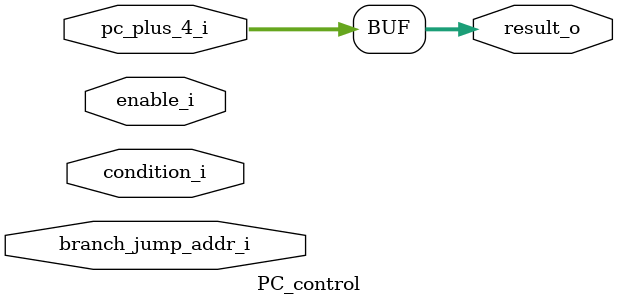
<source format=v>
module PC_control
#(
	parameter N = 32
)(
	input [0:0] condition_i,
	input [0:0] enable_i,
	input [N-1:0] pc_plus_4_i,
	input [N-1:0] branch_jump_addr_i,
	output [N-1:0] result_o
);
	
	assign result_o = pc_plus_4_i;
endmodule
</source>
